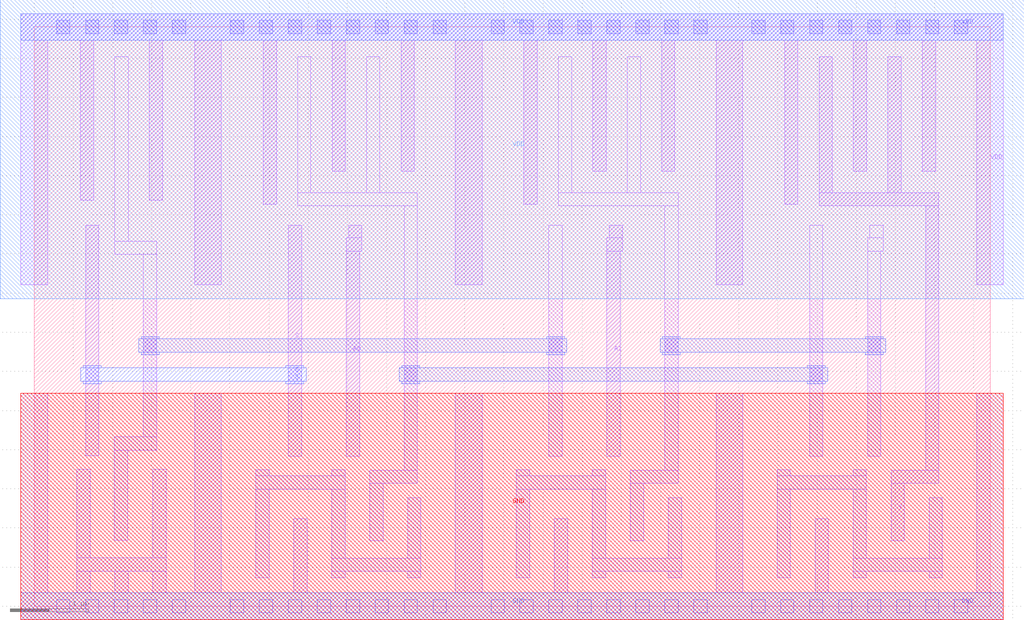
<source format=lef>
VERSION 5.7 ;
  NOWIREEXTENSIONATPIN ON ;
  DIVIDERCHAR "/" ;
  BUSBITCHARS "[]" ;
MACRO MUX2X1
  CLASS CORE ;
  FOREIGN MUX2X1 ;
  ORIGIN 0.000 0.000 ;
  SIZE 12.210 BY 7.400 ;
  SYMMETRY X Y R90 ;
  SITE unitrh ;
  PIN Y
    DIRECTION OUTPUT ;
    USE SIGNAL ;
    ANTENNADIFFAREA 1.351900 ;
    PORT
      LAYER li1 ;
        RECT 10.025 5.285 10.195 7.020 ;
        RECT 10.905 5.285 11.075 7.020 ;
        RECT 10.025 5.115 11.555 5.285 ;
        RECT 11.385 1.740 11.555 5.115 ;
        RECT 10.945 1.570 11.555 1.740 ;
        RECT 10.945 0.835 11.115 1.570 ;
    END
  END Y
  PIN A0
    DIRECTION INPUT ;
    USE SIGNAL ;
    ANTENNAGATEAREA 1.027250 ;
    PORT
      LAYER li1 ;
        RECT 4.015 4.710 4.185 4.865 ;
        RECT 3.985 4.535 4.185 4.710 ;
        RECT 3.985 1.915 4.155 4.535 ;
    END
  END A0
  PIN A1
    DIRECTION INPUT ;
    USE SIGNAL ;
    ANTENNAGATEAREA 1.027250 ;
    PORT
      LAYER li1 ;
        RECT 7.345 4.710 7.515 4.865 ;
        RECT 7.315 4.535 7.515 4.710 ;
        RECT 7.315 1.915 7.485 4.535 ;
    END
  END A1
  PIN S
    DIRECTION INPUT ;
    USE SIGNAL ;
    ANTENNAGATEAREA 2.060500 ;
    PORT
      LAYER li1 ;
        RECT 0.655 1.920 0.825 4.865 ;
        RECT 3.245 1.915 3.415 4.865 ;
      LAYER mcon ;
        RECT 0.655 2.875 0.825 3.045 ;
        RECT 3.245 2.875 3.415 3.045 ;
      LAYER met1 ;
        RECT 0.625 3.045 0.855 3.075 ;
        RECT 3.215 3.045 3.445 3.075 ;
        RECT 0.595 2.875 3.475 3.045 ;
        RECT 0.625 2.845 0.855 2.875 ;
        RECT 3.215 2.845 3.445 2.875 ;
    END
  END S
  PIN VDD
    DIRECTION INOUT ;
    USE POWER ;
    SHAPE ABUTMENT ;
    PORT
      LAYER nwell ;
        RECT -0.435 3.930 12.645 7.750 ;
      LAYER li1 ;
        RECT -0.170 7.230 12.380 7.570 ;
        RECT -0.170 4.110 0.170 7.230 ;
        RECT 0.590 5.185 0.760 7.230 ;
        RECT 1.470 5.185 1.640 7.230 ;
        RECT 2.050 4.110 2.390 7.230 ;
        RECT 2.925 5.135 3.095 7.230 ;
        RECT 3.805 5.555 3.975 7.230 ;
        RECT 4.685 5.555 4.855 7.230 ;
        RECT 5.380 4.110 5.720 7.230 ;
        RECT 6.255 5.135 6.425 7.230 ;
        RECT 7.135 5.555 7.305 7.230 ;
        RECT 8.015 5.555 8.185 7.230 ;
        RECT 8.710 4.110 9.050 7.230 ;
        RECT 9.585 5.135 9.755 7.230 ;
        RECT 10.465 5.555 10.635 7.230 ;
        RECT 11.345 5.555 11.515 7.230 ;
        RECT 12.040 4.110 12.380 7.230 ;
      LAYER mcon ;
        RECT 0.285 7.315 0.455 7.485 ;
        RECT 0.655 7.315 0.825 7.485 ;
        RECT 1.025 7.315 1.195 7.485 ;
        RECT 1.395 7.315 1.565 7.485 ;
        RECT 1.765 7.315 1.935 7.485 ;
        RECT 2.505 7.315 2.675 7.485 ;
        RECT 2.875 7.315 3.045 7.485 ;
        RECT 3.245 7.315 3.415 7.485 ;
        RECT 3.615 7.315 3.785 7.485 ;
        RECT 3.985 7.315 4.155 7.485 ;
        RECT 4.355 7.315 4.525 7.485 ;
        RECT 4.725 7.315 4.895 7.485 ;
        RECT 5.095 7.315 5.265 7.485 ;
        RECT 5.835 7.315 6.005 7.485 ;
        RECT 6.205 7.315 6.375 7.485 ;
        RECT 6.575 7.315 6.745 7.485 ;
        RECT 6.945 7.315 7.115 7.485 ;
        RECT 7.315 7.315 7.485 7.485 ;
        RECT 7.685 7.315 7.855 7.485 ;
        RECT 8.055 7.315 8.225 7.485 ;
        RECT 8.425 7.315 8.595 7.485 ;
        RECT 9.165 7.315 9.335 7.485 ;
        RECT 9.535 7.315 9.705 7.485 ;
        RECT 9.905 7.315 10.075 7.485 ;
        RECT 10.275 7.315 10.445 7.485 ;
        RECT 10.645 7.315 10.815 7.485 ;
        RECT 11.015 7.315 11.185 7.485 ;
        RECT 11.385 7.315 11.555 7.485 ;
        RECT 11.755 7.315 11.925 7.485 ;
      LAYER met1 ;
        RECT -0.170 7.230 12.380 7.570 ;
    END
  END VDD
  PIN GND
    DIRECTION INOUT ;
    USE GROUND ;
    SHAPE ABUTMENT ;
    PORT
      LAYER pwell ;
        RECT -0.170 -0.170 12.380 2.720 ;
      LAYER li1 ;
        RECT -0.170 0.170 0.170 2.720 ;
        RECT 0.545 0.620 0.715 1.750 ;
        RECT 1.515 0.620 1.685 1.750 ;
        RECT 0.545 0.450 1.685 0.620 ;
        RECT 0.545 0.170 0.715 0.450 ;
        RECT 1.030 0.170 1.200 0.450 ;
        RECT 1.515 0.170 1.685 0.450 ;
        RECT 2.050 0.170 2.390 2.720 ;
        RECT 3.315 0.170 3.485 1.120 ;
        RECT 5.380 0.170 5.720 2.720 ;
        RECT 6.645 0.170 6.815 1.120 ;
        RECT 8.710 0.170 9.050 2.720 ;
        RECT 9.975 0.170 10.145 1.120 ;
        RECT 12.040 0.170 12.380 2.720 ;
        RECT -0.170 -0.170 12.380 0.170 ;
      LAYER mcon ;
        RECT 0.285 -0.085 0.455 0.085 ;
        RECT 0.655 -0.085 0.825 0.085 ;
        RECT 1.025 -0.085 1.195 0.085 ;
        RECT 1.395 -0.085 1.565 0.085 ;
        RECT 1.765 -0.085 1.935 0.085 ;
        RECT 2.505 -0.085 2.675 0.085 ;
        RECT 2.875 -0.085 3.045 0.085 ;
        RECT 3.245 -0.085 3.415 0.085 ;
        RECT 3.615 -0.085 3.785 0.085 ;
        RECT 3.985 -0.085 4.155 0.085 ;
        RECT 4.355 -0.085 4.525 0.085 ;
        RECT 4.725 -0.085 4.895 0.085 ;
        RECT 5.095 -0.085 5.265 0.085 ;
        RECT 5.835 -0.085 6.005 0.085 ;
        RECT 6.205 -0.085 6.375 0.085 ;
        RECT 6.575 -0.085 6.745 0.085 ;
        RECT 6.945 -0.085 7.115 0.085 ;
        RECT 7.315 -0.085 7.485 0.085 ;
        RECT 7.685 -0.085 7.855 0.085 ;
        RECT 8.055 -0.085 8.225 0.085 ;
        RECT 8.425 -0.085 8.595 0.085 ;
        RECT 9.165 -0.085 9.335 0.085 ;
        RECT 9.535 -0.085 9.705 0.085 ;
        RECT 9.905 -0.085 10.075 0.085 ;
        RECT 10.275 -0.085 10.445 0.085 ;
        RECT 10.645 -0.085 10.815 0.085 ;
        RECT 11.015 -0.085 11.185 0.085 ;
        RECT 11.385 -0.085 11.555 0.085 ;
        RECT 11.755 -0.085 11.925 0.085 ;
      LAYER met1 ;
        RECT -0.170 -0.170 12.380 0.170 ;
    END
  END GND
  OBS
      LAYER li1 ;
        RECT 1.030 4.665 1.200 7.020 ;
        RECT 3.365 5.285 3.535 7.020 ;
        RECT 4.245 5.285 4.415 7.020 ;
        RECT 6.695 5.285 6.865 7.020 ;
        RECT 7.575 5.285 7.745 7.020 ;
        RECT 3.365 5.115 4.895 5.285 ;
        RECT 6.695 5.115 8.225 5.285 ;
        RECT 1.030 4.495 1.565 4.665 ;
        RECT 1.395 2.165 1.565 4.495 ;
        RECT 1.025 1.995 1.565 2.165 ;
        RECT 1.025 0.840 1.195 1.995 ;
        RECT 2.830 1.665 3.000 1.745 ;
        RECT 3.800 1.665 3.970 1.745 ;
        RECT 4.725 1.740 4.895 5.115 ;
        RECT 6.575 1.915 6.745 4.865 ;
        RECT 2.830 1.495 3.970 1.665 ;
        RECT 2.830 0.365 3.000 1.495 ;
        RECT 3.800 0.615 3.970 1.495 ;
        RECT 4.285 1.570 4.895 1.740 ;
        RECT 6.160 1.665 6.330 1.745 ;
        RECT 7.130 1.665 7.300 1.745 ;
        RECT 8.055 1.740 8.225 5.115 ;
        RECT 9.905 1.915 10.075 4.865 ;
        RECT 10.675 4.710 10.845 4.865 ;
        RECT 10.645 4.535 10.845 4.710 ;
        RECT 10.645 1.915 10.815 4.535 ;
        RECT 4.285 0.835 4.455 1.570 ;
        RECT 6.160 1.495 7.300 1.665 ;
        RECT 4.770 0.615 4.940 1.385 ;
        RECT 3.800 0.445 4.940 0.615 ;
        RECT 3.800 0.365 3.970 0.445 ;
        RECT 4.770 0.365 4.940 0.445 ;
        RECT 6.160 0.365 6.330 1.495 ;
        RECT 7.130 0.615 7.300 1.495 ;
        RECT 7.615 1.570 8.225 1.740 ;
        RECT 9.490 1.665 9.660 1.745 ;
        RECT 10.460 1.665 10.630 1.745 ;
        RECT 7.615 0.835 7.785 1.570 ;
        RECT 9.490 1.495 10.630 1.665 ;
        RECT 8.100 0.615 8.270 1.385 ;
        RECT 7.130 0.445 8.270 0.615 ;
        RECT 7.130 0.365 7.300 0.445 ;
        RECT 8.100 0.365 8.270 0.445 ;
        RECT 9.490 0.365 9.660 1.495 ;
        RECT 10.460 0.615 10.630 1.495 ;
        RECT 11.430 0.615 11.600 1.385 ;
        RECT 10.460 0.445 11.600 0.615 ;
        RECT 10.460 0.365 10.630 0.445 ;
        RECT 11.430 0.365 11.600 0.445 ;
      LAYER mcon ;
        RECT 1.395 3.245 1.565 3.415 ;
        RECT 4.725 2.875 4.895 3.045 ;
        RECT 6.575 3.245 6.745 3.415 ;
        RECT 8.055 3.245 8.225 3.415 ;
        RECT 9.905 2.875 10.075 3.045 ;
        RECT 10.645 3.245 10.815 3.415 ;
      LAYER met1 ;
        RECT 1.365 3.415 1.595 3.445 ;
        RECT 6.545 3.415 6.775 3.445 ;
        RECT 8.025 3.415 8.255 3.445 ;
        RECT 10.615 3.415 10.845 3.445 ;
        RECT 1.335 3.245 6.805 3.415 ;
        RECT 7.995 3.245 10.875 3.415 ;
        RECT 1.365 3.215 1.595 3.245 ;
        RECT 6.545 3.215 6.775 3.245 ;
        RECT 8.025 3.215 8.255 3.245 ;
        RECT 10.615 3.215 10.845 3.245 ;
        RECT 4.695 3.045 4.925 3.075 ;
        RECT 9.875 3.045 10.105 3.075 ;
        RECT 4.665 2.875 10.135 3.045 ;
        RECT 4.695 2.845 4.925 2.875 ;
        RECT 9.875 2.845 10.105 2.875 ;
  END
END MUX2X1
END LIBRARY


</source>
